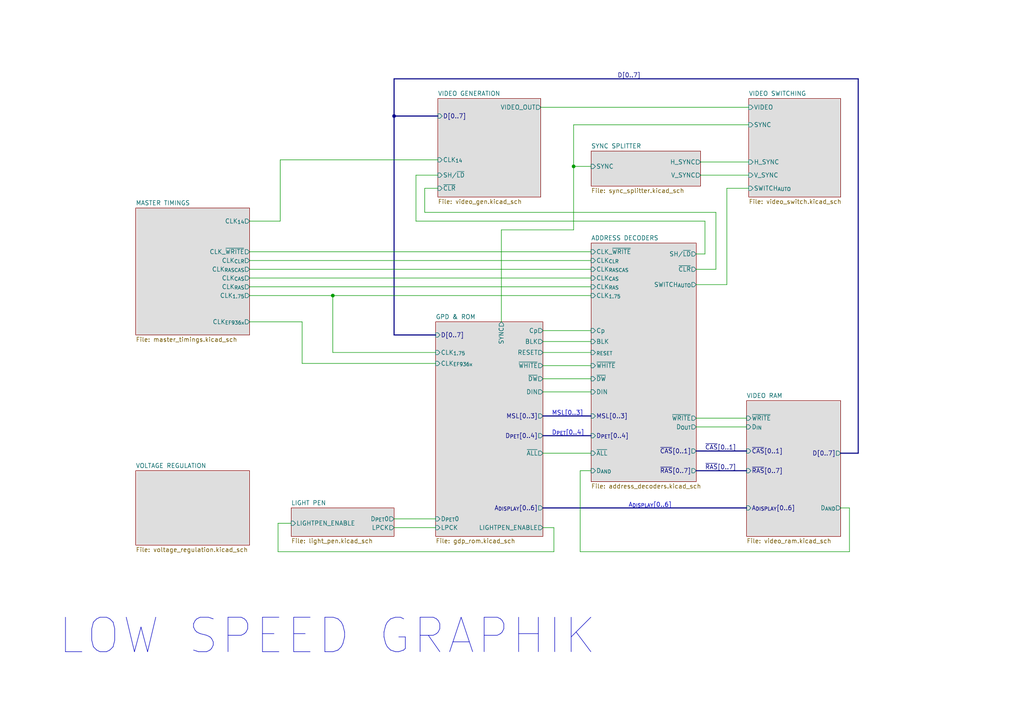
<source format=kicad_sch>
(kicad_sch (version 20230121) (generator eeschema)
  (paper "A4")
  (title_block (title "LOW SPEED GRAPHIK") (date "2022-03-13") (rev "V001") (comment 1 "reverse-engineered in 2022") (comment 2 "creativecommons.org/licenses/by-sa/4.0/") (comment 3 "License: CC BY-SA 4.0") (comment 4 "Author: InsaneDruid"))
  (lib_symbols)
  (junction (at 96.52 85.725))
  (junction (at 114.3 33.655))
  (junction (at 166.37 48.26))
  (wire (pts (xy 207.645 61.595) (xy 123.19 61.595)))
  (wire (pts (xy 210.82 54.61) (xy 217.17 54.61)))
  (bus (pts (xy 114.3 97.155) (xy 126.365 97.155)))
  (wire (pts (xy 246.38 147.32) (xy 246.38 160.02)))
  (wire (pts (xy 166.37 48.26) (xy 171.45 48.26)))
  (wire (pts (xy 157.48 109.855) (xy 171.45 109.855)))
  (wire (pts (xy 72.39 80.645) (xy 171.45 80.645)))
  (bus (pts (xy 114.3 22.86) (xy 248.92 22.86)))
  (wire (pts (xy 96.52 85.725) (xy 96.52 102.235)))
  (wire (pts (xy 120.65 50.8) (xy 127 50.8)))
  (wire (pts (xy 160.655 160.02) (xy 160.655 153.035)))
  (wire (pts (xy 210.82 82.55) (xy 210.82 54.61)))
  (wire (pts (xy 157.48 131.445) (xy 171.45 131.445)))
  (bus (pts (xy 114.3 22.86) (xy 114.3 33.655)))
  (wire (pts (xy 207.645 61.595) (xy 207.645 78.105)))
  (wire (pts (xy 157.48 113.665) (xy 171.45 113.665)))
  (wire (pts (xy 72.39 78.105) (xy 171.45 78.105)))
  (bus (pts (xy 157.48 147.32) (xy 216.535 147.32)))
  (wire (pts (xy 204.47 73.66) (xy 204.47 64.135)))
  (wire (pts (xy 72.39 93.345) (xy 87.63 93.345)))
  (wire (pts (xy 120.65 64.135) (xy 120.65 50.8)))
  (wire (pts (xy 157.48 102.235) (xy 171.45 102.235)))
  (wire (pts (xy 243.84 147.32) (xy 246.38 147.32)))
  (wire (pts (xy 168.275 160.02) (xy 168.275 136.525)))
  (wire (pts (xy 80.645 160.02) (xy 80.645 151.765)))
  (wire (pts (xy 168.275 136.525) (xy 171.45 136.525)))
  (wire (pts (xy 81.28 64.135) (xy 81.28 46.355)))
  (wire (pts (xy 157.48 99.06) (xy 171.45 99.06)))
  (bus (pts (xy 114.3 33.655) (xy 114.3 97.155)))
  (wire (pts (xy 246.38 160.02) (xy 168.275 160.02)))
  (bus (pts (xy 157.48 120.65) (xy 171.45 120.65)))
  (wire (pts (xy 96.52 102.235) (xy 126.365 102.235)))
  (bus (pts (xy 248.92 131.445) (xy 243.84 131.445)))
  (wire (pts (xy 72.39 75.565) (xy 171.45 75.565)))
  (wire (pts (xy 145.415 66.675) (xy 166.37 66.675)))
  (wire (pts (xy 203.2 46.99) (xy 217.17 46.99)))
  (bus (pts (xy 157.48 126.365) (xy 171.45 126.365)))
  (wire (pts (xy 123.19 54.61) (xy 127 54.61)))
  (wire (pts (xy 114.3 153.035) (xy 126.365 153.035)))
  (wire (pts (xy 160.655 153.035) (xy 157.48 153.035)))
  (wire (pts (xy 72.39 85.725) (xy 96.52 85.725)))
  (wire (pts (xy 72.39 83.185) (xy 171.45 83.185)))
  (wire (pts (xy 157.48 106.045) (xy 171.45 106.045)))
  (wire (pts (xy 123.19 61.595) (xy 123.19 54.61)))
  (wire (pts (xy 72.39 64.135) (xy 81.28 64.135)))
  (bus (pts (xy 201.93 130.81) (xy 216.535 130.81)))
  (wire (pts (xy 87.63 105.41) (xy 126.365 105.41)))
  (bus (pts (xy 248.92 22.86) (xy 248.92 131.445)))
  (wire (pts (xy 166.37 36.195) (xy 166.37 48.26)))
  (wire (pts (xy 201.93 73.66) (xy 204.47 73.66)))
  (wire (pts (xy 160.655 160.02) (xy 80.645 160.02)))
  (wire (pts (xy 156.845 31.115) (xy 217.17 31.115)))
  (wire (pts (xy 145.415 93.345) (xy 145.415 66.675)))
  (wire (pts (xy 157.48 95.885) (xy 171.45 95.885)))
  (wire (pts (xy 72.39 73.025) (xy 171.45 73.025)))
  (wire (pts (xy 114.3 150.495) (xy 126.365 150.495)))
  (wire (pts (xy 201.93 121.285) (xy 216.535 121.285)))
  (wire (pts (xy 87.63 93.345) (xy 87.63 105.41)))
  (wire (pts (xy 80.645 151.765) (xy 84.455 151.765)))
  (wire (pts (xy 201.93 82.55) (xy 210.82 82.55)))
  (bus (pts (xy 114.3 33.655) (xy 127 33.655)))
  (bus (pts (xy 201.93 136.525) (xy 216.535 136.525)))
  (wire (pts (xy 81.28 46.355) (xy 127 46.355)))
  (wire (pts (xy 217.17 36.195) (xy 166.37 36.195)))
  (wire (pts (xy 204.47 64.135) (xy 120.65 64.135)))
  (wire (pts (xy 166.37 48.26) (xy 166.37 66.675)))
  (wire (pts (xy 171.45 85.725) (xy 96.52 85.725)))
  (wire (pts (xy 201.93 78.105) (xy 207.645 78.105)))
  (wire (pts (xy 203.2 50.8) (xy 217.17 50.8)))
  (wire (pts (xy 201.93 123.825) (xy 216.535 123.825)))
  (text "D_{PET}[0..4]" (at 160.02 126.365 0) (effects (font (size 1.27 1.27)) (justify left bottom)))
  (text "A_{DISPLAY}[0..6]" (at 182.245 147.32 0) (effects (font (size 1.27 1.27)) (justify left bottom)))
  (text "LOW SPEED GRAPHIK" (at 16.51 190.5 0) (effects (font (size 10 10)) (justify left bottom)))
  (text "MSL[0..3]" (at 160.02 120.65 0) (effects (font (size 1.27 1.27)) (justify left bottom)))
  (label "~{RAS}[0..7]" (at 204.47 136.525 0))
  (label "D[0..7]" (at 179.07 22.86 0))
  (label "~{CAS}[0..1]" (at 204.47 130.81 0))
  (sheet (at 171.45 43.815) (size 31.75 10.16) (stroke (width 0.1524)) (fill (color 222 222 222 1.0000))
    (property "Sheetname" "SYNC SPLITTER" (at 171.45 43.1034 0) (effects (justify left bottom)))
    (property "Sheetfile" "sync_splitter.kicad_sch" (at 171.45 54.5596 0) (effects (justify left top)))
    (pin "SYNC" input (at 171.45 48.26 180))
    (pin "H_SYNC" output (at 203.2 46.99 0))
    (pin "V_SYNC" output (at 203.2 50.8 0))
  )
  (sheet (at 171.45 70.485) (size 30.48 69.215) (stroke (width 0.1524)) (fill (color 222 222 222 1.0000))
    (property "Sheetname" "ADDRESS DECODERS" (at 171.45 69.7734 0) (effects (justify left bottom)))
    (property "Sheetfile" "address_decoders.kicad_sch" (at 171.45 140.2846 0) (effects (justify left top)))
    (pin "~{DW}" input (at 171.45 109.855 180))
    (pin "CLK_{RAS}" input (at 171.45 83.185 180))
    (pin "CLK_{CAS}" input (at 171.45 80.645 180))
    (pin "~{CLR}" output (at 201.93 78.105 0))
    (pin "~{WHITE}" input (at 171.45 106.045 180))
    (pin "~{ALL}" input (at 171.45 131.445 180))
    (pin "_{RESET}" input (at 171.45 102.235 180))
    (pin "Cp" input (at 171.45 95.885 180))
    (pin "BLK" input (at 171.45 99.06 180))
    (pin "SH{slash}~{LD}" output (at 201.93 73.66 0))
    (pin "~{WRITE}" output (at 201.93 121.285 0))
    (pin "CLK_{1.75}" input (at 171.45 85.725 180))
    (pin "CLK_~{WRITE}" input (at 171.45 73.025 180))
    (pin "D_{AND}" input (at 171.45 136.525 180))
    (pin "SWITCH_{AUTO}" output (at 201.93 82.55 0))
    (pin "D_{OUT}" output (at 201.93 123.825 0))
    (pin "DIN" input (at 171.45 113.665 180))
    (pin "MSL[0..3]" input (at 171.45 120.65 180))
    (pin "D_{PET}[0..4]" input (at 171.45 126.365 180))
    (pin "~{RAS}[0..7]" output (at 201.93 136.525 0))
    (pin "~{CAS}[0..1]" output (at 201.93 130.81 0))
    (pin "CLK_{CLR}" input (at 171.45 75.565 180))
    (pin "CLK_{RASCAS}" input (at 171.45 78.105 180))
  )
  (sheet (at 84.455 147.32) (size 29.845 8.255) (stroke (width 0.1524)) (fill (color 222 222 222 1.0000))
    (property "Sheetname" "LIGHT PEN" (at 84.455 146.6084 0) (effects (justify left bottom)))
    (property "Sheetfile" "light_pen.kicad_sch" (at 84.455 156.1596 0) (effects (justify left top)))
    (pin "LPCK" output (at 114.3 153.035 0))
    (pin "LIGHTPEN_ENABLE" input (at 84.455 151.765 180))
    (pin "D_{PET}0" output (at 114.3 150.495 0))
  )
  (sheet (at 126.365 93.345) (size 31.115 62.23) (stroke (width 0.1524)) (fill (color 222 222 222 1.0000))
    (property "Sheetname" "GPD & ROM" (at 126.365 92.6334 0) (effects (justify left bottom)))
    (property "Sheetfile" "gdp_rom.kicad_sch" (at 126.365 156.1596 0) (effects (justify left top)))
    (pin "LPCK" input (at 126.365 153.035 180))
    (pin "LIGHTPEN_ENABLE" output (at 157.48 153.035 0))
    (pin "~{ALL}" output (at 157.48 131.445 0))
    (pin "Cp" output (at 157.48 95.885 0))
    (pin "~{WHITE}" output (at 157.48 106.045 0))
    (pin "~{DW}" output (at 157.48 109.855 0))
    (pin "DIN" output (at 157.48 113.665 0))
    (pin "BLK" output (at 157.48 99.06 0))
    (pin "CLK_{1.75}" input (at 126.365 102.235 180))
    (pin "SYNC" output (at 145.415 93.345 90))
    (pin "RESET" output (at 157.48 102.235 0))
    (pin "MSL[0..3]" output (at 157.48 120.65 0))
    (pin "A_{DISPLAY}[0..6]" output (at 157.48 147.32 0))
    (pin "D_{PET}[0..4]" output (at 157.48 126.365 0))
    (pin "D[0..7]" input (at 126.365 97.155 180))
    (pin "D_{PET}0" input (at 126.365 150.495 180))
    (pin "CLK_{EF936x}" input (at 126.365 105.41 180))
  )
  (sheet (at 39.37 60.325) (size 33.02 36.83) (stroke (width 0.1524)) (fill (color 222 222 222 1.0000))
    (property "Sheetname" "MASTER TIMINGS" (at 39.37 59.6134 0) (effects (justify left bottom)))
    (property "Sheetfile" "master_timings.kicad_sch" (at 39.37 97.7396 0) (effects (justify left top)))
    (pin "CLK_{14}" output (at 72.39 64.135 0))
    (pin "CLK_{RAS}" output (at 72.39 83.185 0))
    (pin "CLK_~{WRITE}" output (at 72.39 73.025 0))
    (pin "CLK_{EF936x}" output (at 72.39 93.345 0))
    (pin "CLK_{CAS}" output (at 72.39 80.645 0))
    (pin "CLK_{1.75}" output (at 72.39 85.725 0))
    (pin "CLK_{CLR}" output (at 72.39 75.565 0))
    (pin "CLK_{RASCAS}" output (at 72.39 78.105 0))
  )
  (sheet (at 216.535 116.205) (size 27.305 39.37) (stroke (width 0.1524)) (fill (color 222 222 222 1.0000))
    (property "Sheetname" "VIDEO RAM" (at 216.535 115.4934 0) (effects (justify left bottom)))
    (property "Sheetfile" "video_ram.kicad_sch" (at 216.535 156.1596 0) (effects (justify left top)))
    (pin "~{WRITE}" input (at 216.535 121.285 180))
    (pin "D_{IN}" input (at 216.535 123.825 180))
    (pin "D_{AND}" output (at 243.84 147.32 0))
    (pin "A_{DISPLAY}[0..6]" input (at 216.535 147.32 180))
    (pin "D[0..7]" output (at 243.84 131.445 0))
    (pin "~{RAS}[0..7]" input (at 216.535 136.525 180))
    (pin "~{CAS}[0..1]" input (at 216.535 130.81 180))
  )
  (sheet (at 127 28.575) (size 29.845 28.575) (stroke (width 0.1524)) (fill (color 222 222 222 1.0000))
    (property "Sheetname" "VIDEO GENERATION" (at 127 27.8634 0) (effects (justify left bottom)))
    (property "Sheetfile" "video_gen.kicad_sch" (at 127 57.7346 0) (effects (justify left top)))
    (pin "VIDEO_OUT" output (at 156.845 31.115 0))
    (pin "~{CLR}" input (at 127 54.61 180))
    (pin "SH{slash}~{LD}" input (at 127 50.8 180))
    (pin "CLK_{14}" input (at 127 46.355 180))
    (pin "D[0..7]" input (at 127 33.655 180))
  )
  (sheet (at 217.17 28.575) (size 26.67 28.575) (stroke (width 0.1524)) (fill (color 222 222 222 1.0000))
    (property "Sheetname" "VIDEO SWITCHING" (at 217.17 27.8634 0) (effects (justify left bottom)))
    (property "Sheetfile" "video_switch.kicad_sch" (at 217.17 57.7346 0) (effects (justify left top)))
    (pin "H_SYNC" input (at 217.17 46.99 180))
    (pin "V_SYNC" input (at 217.17 50.8 180))
    (pin "VIDEO" input (at 217.17 31.115 180))
    (pin "SYNC" input (at 217.17 36.195 180))
    (pin "SWITCH_{AUTO}" input (at 217.17 54.61 180))
  )
  (sheet (at 39.37 136.525) (size 33.02 21.59) (stroke (width 0.1524)) (fill (color 222 222 222 1.0000))
    (property "Sheetname" "VOLTAGE REGULATION" (at 39.37 135.8134 0) (effects (justify left bottom)))
    (property "Sheetfile" "voltage_regulation.kicad_sch" (at 39.37 158.6996 0) (effects (justify left top)))
  )
)
</source>
